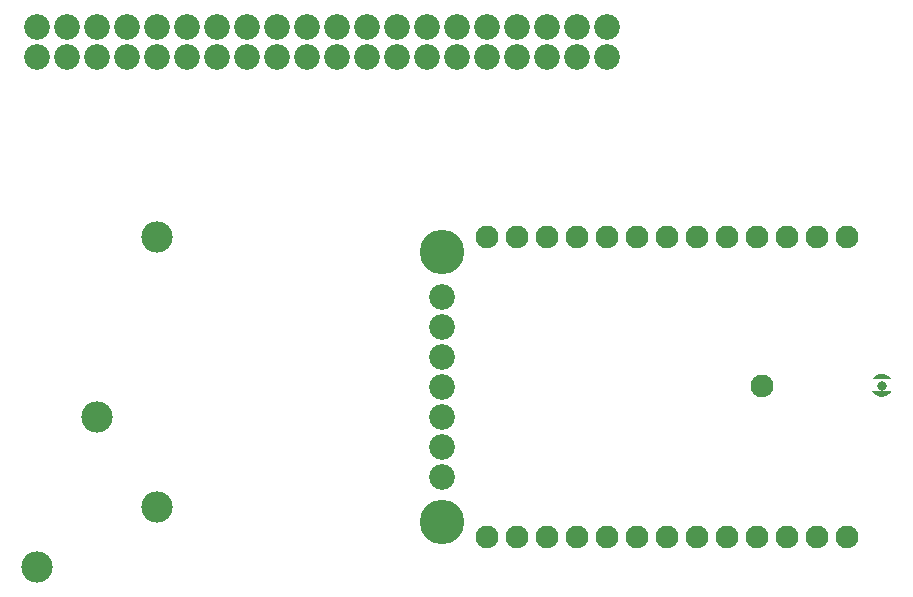
<source format=gbs>
G04 MADE WITH FRITZING*
G04 WWW.FRITZING.ORG*
G04 DOUBLE SIDED*
G04 HOLES PLATED*
G04 CONTOUR ON CENTER OF CONTOUR VECTOR*
%ASAXBY*%
%FSLAX23Y23*%
%MOIN*%
%OFA0B0*%
%SFA1.0B1.0*%
%ADD10C,0.148425*%
%ADD11C,0.076000*%
%ADD12C,0.086000*%
%ADD13C,0.032000*%
%ADD14C,0.085361*%
%ADD15C,0.104488*%
%ADD16R,0.001000X0.001000*%
%LNMASK0*%
G90*
G70*
G54D10*
X1837Y1337D03*
G54D11*
X1987Y1387D03*
X2087Y1387D03*
X2187Y1387D03*
X2287Y1387D03*
G54D10*
X1837Y437D03*
G54D11*
X2387Y1387D03*
X2487Y1387D03*
X2587Y1387D03*
X2687Y1387D03*
X2787Y1387D03*
X2887Y1387D03*
X2987Y1387D03*
X3087Y1387D03*
X3187Y1387D03*
X1987Y387D03*
X2087Y387D03*
X2187Y387D03*
X2287Y387D03*
X2387Y387D03*
X2487Y387D03*
X2587Y387D03*
X2687Y387D03*
X2787Y387D03*
X2887Y387D03*
X2987Y387D03*
X3087Y387D03*
X3187Y387D03*
G54D12*
X1837Y1187D03*
X1837Y1087D03*
X1837Y987D03*
X1837Y887D03*
X1837Y787D03*
X1837Y687D03*
X1837Y587D03*
G54D13*
X3302Y892D03*
G54D11*
X2902Y892D03*
G54D14*
X487Y1987D03*
X587Y1987D03*
X687Y1987D03*
X787Y1987D03*
X887Y1987D03*
X987Y1987D03*
X1087Y1987D03*
X1187Y1987D03*
X1287Y1987D03*
X1387Y1987D03*
X1487Y1987D03*
X1587Y1987D03*
X1687Y1987D03*
X1787Y1987D03*
X1887Y1987D03*
X1987Y1987D03*
X2087Y1987D03*
X2187Y1987D03*
X2287Y1987D03*
X2387Y1987D03*
X2387Y2087D03*
X2287Y2087D03*
X2187Y2087D03*
X2087Y2087D03*
X1987Y2087D03*
X1887Y2087D03*
X1787Y2087D03*
X1687Y2087D03*
X1587Y2087D03*
X1487Y2087D03*
X1387Y2087D03*
X1287Y2087D03*
X1187Y2087D03*
X1087Y2087D03*
X987Y2087D03*
X887Y2087D03*
X787Y2087D03*
X687Y2087D03*
X587Y2087D03*
X487Y2087D03*
G54D15*
X887Y487D03*
X487Y287D03*
X687Y787D03*
X887Y1387D03*
G54D16*
X3294Y930D02*
X3309Y930D01*
X3290Y929D02*
X3313Y929D01*
X3288Y928D02*
X3316Y928D01*
X3286Y927D02*
X3318Y927D01*
X3284Y926D02*
X3320Y926D01*
X3282Y925D02*
X3321Y925D01*
X3280Y924D02*
X3323Y924D01*
X3279Y923D02*
X3324Y923D01*
X3278Y922D02*
X3325Y922D01*
X3277Y921D02*
X3327Y921D01*
X3276Y920D02*
X3328Y920D01*
X3275Y919D02*
X3329Y919D01*
X3274Y918D02*
X3330Y918D01*
X3273Y917D02*
X3330Y917D01*
X3272Y916D02*
X3331Y916D01*
X3271Y915D02*
X3332Y915D01*
X3271Y914D02*
X3333Y914D01*
X3270Y913D02*
X3333Y913D01*
X3270Y873D02*
X3333Y873D01*
X3270Y872D02*
X3333Y872D01*
X3271Y871D02*
X3332Y871D01*
X3272Y870D02*
X3331Y870D01*
X3273Y869D02*
X3331Y869D01*
X3273Y868D02*
X3330Y868D01*
X3274Y867D02*
X3329Y867D01*
X3275Y866D02*
X3328Y866D01*
X3276Y865D02*
X3327Y865D01*
X3277Y864D02*
X3326Y864D01*
X3279Y863D02*
X3324Y863D01*
X3280Y862D02*
X3323Y862D01*
X3282Y861D02*
X3322Y861D01*
X3283Y860D02*
X3320Y860D01*
X3285Y859D02*
X3318Y859D01*
X3287Y858D02*
X3316Y858D01*
X3290Y857D02*
X3314Y857D01*
X3293Y856D02*
X3310Y856D01*
X3300Y855D02*
X3303Y855D01*
D02*
G04 End of Mask0*
M02*
</source>
